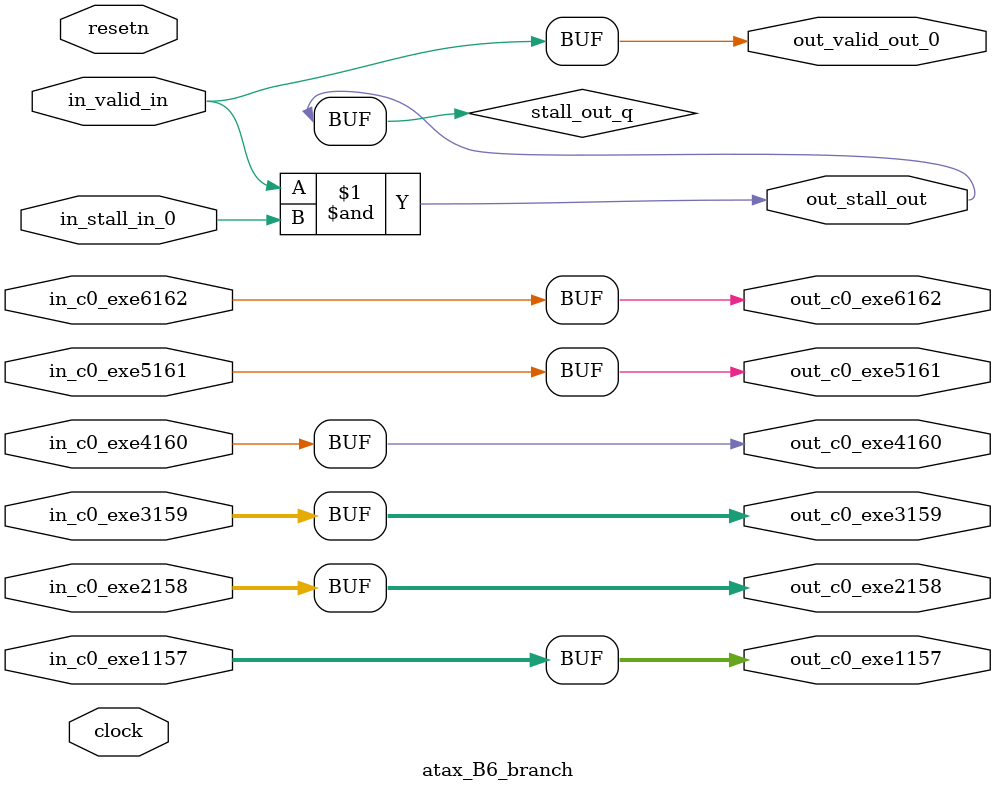
<source format=sv>



(* altera_attribute = "-name AUTO_SHIFT_REGISTER_RECOGNITION OFF; -name MESSAGE_DISABLE 10036; -name MESSAGE_DISABLE 10037; -name MESSAGE_DISABLE 14130; -name MESSAGE_DISABLE 14320; -name MESSAGE_DISABLE 15400; -name MESSAGE_DISABLE 14130; -name MESSAGE_DISABLE 10036; -name MESSAGE_DISABLE 12020; -name MESSAGE_DISABLE 12030; -name MESSAGE_DISABLE 12010; -name MESSAGE_DISABLE 12110; -name MESSAGE_DISABLE 14320; -name MESSAGE_DISABLE 13410; -name MESSAGE_DISABLE 113007; -name MESSAGE_DISABLE 10958" *)
module atax_B6_branch (
    input wire [63:0] in_c0_exe1157,
    input wire [63:0] in_c0_exe2158,
    input wire [31:0] in_c0_exe3159,
    input wire [0:0] in_c0_exe4160,
    input wire [0:0] in_c0_exe5161,
    input wire [0:0] in_c0_exe6162,
    input wire [0:0] in_stall_in_0,
    input wire [0:0] in_valid_in,
    output wire [63:0] out_c0_exe1157,
    output wire [63:0] out_c0_exe2158,
    output wire [31:0] out_c0_exe3159,
    output wire [0:0] out_c0_exe4160,
    output wire [0:0] out_c0_exe5161,
    output wire [0:0] out_c0_exe6162,
    output wire [0:0] out_stall_out,
    output wire [0:0] out_valid_out_0,
    input wire clock,
    input wire resetn
    );

    wire [0:0] stall_out_q;


    // out_c0_exe1157(GPOUT,10)
    assign out_c0_exe1157 = in_c0_exe1157;

    // out_c0_exe2158(GPOUT,11)
    assign out_c0_exe2158 = in_c0_exe2158;

    // out_c0_exe3159(GPOUT,12)
    assign out_c0_exe3159 = in_c0_exe3159;

    // out_c0_exe4160(GPOUT,13)
    assign out_c0_exe4160 = in_c0_exe4160;

    // out_c0_exe5161(GPOUT,14)
    assign out_c0_exe5161 = in_c0_exe5161;

    // out_c0_exe6162(GPOUT,15)
    assign out_c0_exe6162 = in_c0_exe6162;

    // stall_out(LOGICAL,18)
    assign stall_out_q = in_valid_in & in_stall_in_0;

    // out_stall_out(GPOUT,16)
    assign out_stall_out = stall_out_q;

    // out_valid_out_0(GPOUT,17)
    assign out_valid_out_0 = in_valid_in;

endmodule

</source>
